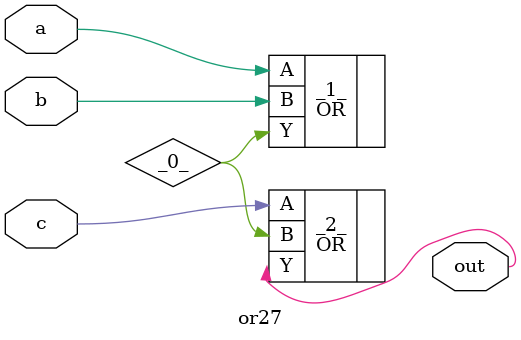
<source format=v>
/* Generated by Yosys 0.41+83 (git sha1 7045cf509, x86_64-w64-mingw32-g++ 13.2.1 -Os) */

/* cells_not_processed =  1  */
/* src = "or27.v:1.1-10.10" */
module or27(a, b, c, out);
  wire _0_;
  /* src = "or27.v:2.9-2.10" */
  input a;
  wire a;
  /* src = "or27.v:3.9-3.10" */
  input b;
  wire b;
  /* src = "or27.v:4.9-4.10" */
  input c;
  wire c;
  /* src = "or27.v:5.10-5.13" */
  output out;
  wire out;
  OR _1_ (
    .A(a),
    .B(b),
    .Y(_0_)
  );
  OR _2_ (
    .A(c),
    .B(_0_),
    .Y(out)
  );
endmodule

</source>
